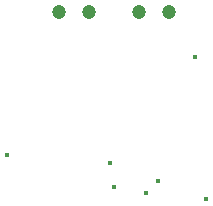
<source format=gbr>
%TF.GenerationSoftware,KiCad,Pcbnew,8.0.5*%
%TF.CreationDate,2024-09-12T13:34:21+03:00*%
%TF.ProjectId,Tactile Power Switch,54616374-696c-4652-9050-6f7765722053,rev?*%
%TF.SameCoordinates,Original*%
%TF.FileFunction,Plated,1,2,PTH,Drill*%
%TF.FilePolarity,Positive*%
%FSLAX46Y46*%
G04 Gerber Fmt 4.6, Leading zero omitted, Abs format (unit mm)*
G04 Created by KiCad (PCBNEW 8.0.5) date 2024-09-12 13:34:21*
%MOMM*%
%LPD*%
G01*
G04 APERTURE LIST*
%TA.AperFunction,ViaDrill*%
%ADD10C,0.400000*%
%TD*%
%TA.AperFunction,ComponentDrill*%
%ADD11C,1.200000*%
%TD*%
G04 APERTURE END LIST*
D10*
X112900000Y-62300000D03*
X121600000Y-63000000D03*
X121900000Y-65000000D03*
X124600000Y-65500000D03*
X125669974Y-64469975D03*
X128800000Y-54000000D03*
X129700000Y-66000000D03*
D11*
%TO.C,J1*%
X117300000Y-50150000D03*
X119840000Y-50150000D03*
%TO.C,J2*%
X124000000Y-50150000D03*
X126540000Y-50150000D03*
M02*

</source>
